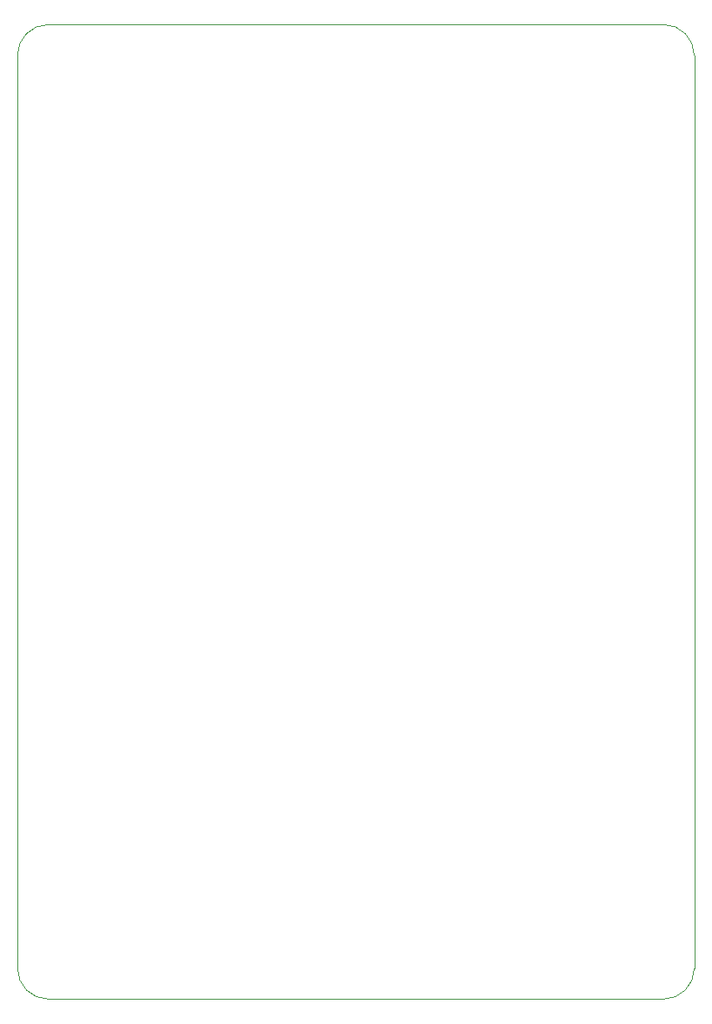
<source format=gm1>
G04 #@! TF.FileFunction,Profile,NP*
%FSLAX46Y46*%
G04 Gerber Fmt 4.6, Leading zero omitted, Abs format (unit mm)*
G04 Created by KiCad (PCBNEW 4.0.7) date 09/24/20 20:34:46*
%MOMM*%
%LPD*%
G01*
G04 APERTURE LIST*
%ADD10C,0.200000*%
%ADD11C,0.100000*%
G04 APERTURE END LIST*
D10*
D11*
X151500000Y-81500000D02*
X151500000Y-170500000D01*
X217500000Y-170500000D02*
X217500000Y-81500000D01*
X154500000Y-78500000D02*
X214500000Y-78500000D01*
X214500000Y-173500000D02*
X154500000Y-173500000D01*
X151500000Y-170500000D02*
G75*
G03X154500000Y-173500000I3000000J0D01*
G01*
X214500000Y-173500000D02*
G75*
G03X217500000Y-170500000I0J3000000D01*
G01*
X217500000Y-81500000D02*
G75*
G03X214500000Y-78500000I-3000000J0D01*
G01*
X154500000Y-78500000D02*
G75*
G03X151500000Y-81500000I0J-3000000D01*
G01*
M02*

</source>
